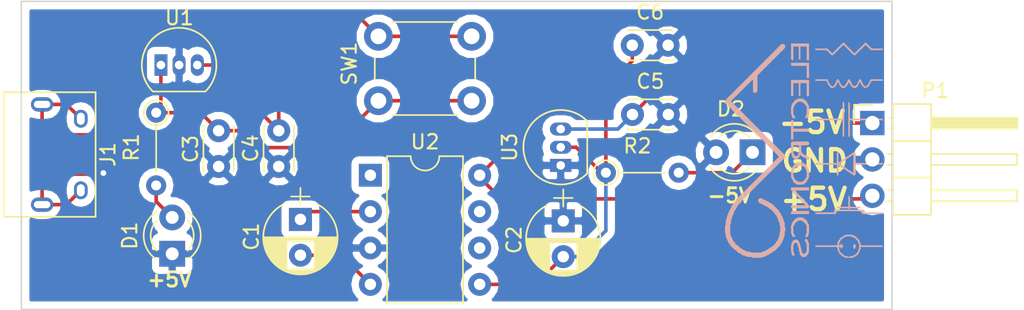
<source format=kicad_pcb>
(kicad_pcb (version 4) (host pcbnew 4.0.7)
  (layers (0 F.Cu signal) (31 B.Cu signal) (34 B.Paste user) (35 F.Paste user) (36 B.SilkS user) (37 F.SilkS user) (38 B.Mask user) (39 F.Mask user) (44 Edge.Cuts user))
  (net 0 "")
  (net 1 "Net-(C3-Pad1)")
  (net 2 GND)
  (net 3 Vpreg)
  (net 4 Vnreg)
  (net 5 V-)
  (net 6 "Net-(D1-Pad2)")
  (net 7 "Net-(D2-Pad1)")
  (net 8 VCC)
  (net 9 "Net-(J1-Pad2)")
  (net 10 "Net-(J1-Pad3)")
  (net 11 "Net-(J1-Pad4)")
  (net 12 "Net-(J1-Pad6)")
  (net 13 "Net-(U2-Pad1)")
  (net 14 "Net-(C1-Pad1)")
  (net 15 "Net-(U2-Pad6)")
  (net 16 "Net-(U2-Pad7)")
  (net 17 "Net-(C1-Pad2)")
  (module Capacitors_ThroughHole:C_Disc_D3.0mm_W2.0mm_P2.50mm (layer F.Cu) (at 169.2021 109.0803 270)
    (fp_text reference C3 (at 1.2827 1.9558 270) (layer F.SilkS))
    (fp_text value C hide)
    (pad 1 thru_hole circle (at 0 0 270) (size 1.6 1.6) (drill 0.8) (layers *.Cu *.Mask) (net 1 "Net-(C3-Pad1)"))
    (pad 2 thru_hole circle (at 2.5 0 270) (size 1.6 1.6) (drill 0.8) (layers *.Cu *.Mask) (net 2 GND))
  )
  (module Capacitors_ThroughHole:C_Disc_D3.0mm_W2.0mm_P2.50mm (layer F.Cu) (at 173.3931 109.0803 270)
    (fp_text reference C4 (at 1.2319 1.9558 270) (layer F.SilkS))
    (fp_text value C)
    (pad 1 thru_hole circle (at 0 0 270) (size 1.6 1.6) (drill 0.8) (layers *.Cu *.Mask) (net 3 Vpreg))
    (pad 2 thru_hole circle (at 2.5 0 270) (size 1.6 1.6) (drill 0.8) (layers *.Cu *.Mask) (net 2 GND))
  )
  (module Capacitors_ThroughHole:C_Disc_D3.0mm_W2.0mm_P2.50mm (layer F.Cu) (at 198.0565 107.95)
    (fp_text reference C5 (at 1.25 -2.31) (layer F.SilkS))
    (fp_text value C)
    (pad 1 thru_hole circle (at 0 0) (size 1.6 1.6) (drill 0.8) (layers *.Cu *.Mask) (net 4 Vnreg))
    (pad 2 thru_hole circle (at 2.5 0) (size 1.6 1.6) (drill 0.8) (layers *.Cu *.Mask) (net 2 GND))
  )
  (module Capacitors_ThroughHole:C_Disc_D3.0mm_W2.0mm_P2.50mm (layer F.Cu) (at 198.0438 103.1113)
    (fp_text reference C6 (at 1.25 -2.31) (layer F.SilkS))
    (fp_text value C)
    (pad 1 thru_hole circle (at 0 0) (size 1.6 1.6) (drill 0.8) (layers *.Cu *.Mask) (net 5 V-))
    (pad 2 thru_hole circle (at 2.5 0) (size 1.6 1.6) (drill 0.8) (layers *.Cu *.Mask) (net 2 GND))
  )
  (module Connect:USB_Micro-B (layer F.Cu) (at 158.242 110.744 270)
    (fp_text reference J1 (at 0 -3.24 270) (layer F.SilkS))
    (fp_text value USB_OTG)
    (pad 1 smd rect (at -1.3 -1.35) (size 1.35 0.4) (layers F.Cu F.Paste F.Mask) (net 8 VCC))
    (pad 2 smd rect (at -0.65 -1.35) (size 1.35 0.4) (layers F.Cu F.Paste F.Mask) (net 9 "Net-(J1-Pad2)"))
    (pad 3 smd rect (at 0 -1.35) (size 1.35 0.4) (layers F.Cu F.Paste F.Mask) (net 10 "Net-(J1-Pad3)"))
    (pad 4 smd rect (at 0.65 -1.35) (size 1.35 0.4) (layers F.Cu F.Paste F.Mask) (net 11 "Net-(J1-Pad4)"))
    (pad 5 smd rect (at 1.3 -1.35) (size 1.35 0.4) (layers F.Cu F.Paste F.Mask) (net 2 GND))
    (pad 6 thru_hole oval (at -2.5 -1.35) (size 0.95 1.25) (drill oval 0.55 0.85) (layers *.Cu *.Mask) (net 12 "Net-(J1-Pad6)"))
    (pad 6 thru_hole oval (at 2.5 -1.35) (size 0.95 1.25) (drill oval 0.55 0.85) (layers *.Cu *.Mask) (net 12 "Net-(J1-Pad6)"))
    (pad 6 thru_hole oval (at -3.5 1.35) (size 1.55 1) (drill oval 1.15 0.5) (layers *.Cu *.Mask) (net 12 "Net-(J1-Pad6)"))
    (pad 6 thru_hole oval (at 3.5 1.35) (size 1.55 1) (drill oval 1.15 0.5) (layers *.Cu *.Mask) (net 12 "Net-(J1-Pad6)"))
  )
  (module Buttons_Switches_ThroughHole:SW_PUSH_6mm (layer F.Cu) (at 180.34 102.489)
    (fp_text reference SW1 (at -2.032 1.905 90) (layer F.SilkS))
    (fp_text value SW_Push)
    (pad 2 thru_hole circle (at 0 4.5 90) (size 2 2) (drill 1.1) (layers *.Cu *.Mask) (net 1 "Net-(C3-Pad1)"))
    (pad 1 thru_hole circle (at 0 0 90) (size 2 2) (drill 1.1) (layers *.Cu *.Mask) (net 8 VCC))
    (pad 2 thru_hole circle (at 6.5 4.5 90) (size 2 2) (drill 1.1) (layers *.Cu *.Mask) (net 1 "Net-(C3-Pad1)"))
    (pad 1 thru_hole circle (at 6.5 0 90) (size 2 2) (drill 1.1) (layers *.Cu *.Mask) (net 8 VCC))
  )
  (module TO_SOT_Packages_THT:TO-92_Inline_Narrow_Oval (layer F.Cu) (at 165.1762 104.4956)
    (fp_text reference U1 (at 1.2827 -3.302) (layer F.SilkS))
    (fp_text value LM7805_TO220)
    (pad 2 thru_hole oval (at 1.27 0 180) (size 0.9 1.5) (drill 0.6) (layers *.Cu *.Mask) (net 2 GND))
    (pad 3 thru_hole oval (at 2.54 0 180) (size 0.9 1.5) (drill 0.6) (layers *.Cu *.Mask) (net 3 Vpreg))
    (pad 1 thru_hole rect (at 0 0 180) (size 0.9 1.5) (drill 0.6) (layers *.Cu *.Mask) (net 1 "Net-(C3-Pad1)"))
  )
  (module Housings_DIP:DIP-8_W7.62mm (layer F.Cu) (at 179.7812 112.1918)
    (fp_text reference U2 (at 3.81 -2.33) (layer F.SilkS))
    (fp_text value 7660)
    (pad 1 thru_hole rect (at 0 0) (size 1.6 1.6) (drill 0.8) (layers *.Cu *.Mask) (net 13 "Net-(U2-Pad1)"))
    (pad 5 thru_hole oval (at 7.62 7.62) (size 1.6 1.6) (drill 0.8) (layers *.Cu *.Mask) (net 5 V-))
    (pad 2 thru_hole oval (at 0 2.54) (size 1.6 1.6) (drill 0.8) (layers *.Cu *.Mask) (net 14 "Net-(C1-Pad1)"))
    (pad 6 thru_hole oval (at 7.62 5.08) (size 1.6 1.6) (drill 0.8) (layers *.Cu *.Mask) (net 15 "Net-(U2-Pad6)"))
    (pad 3 thru_hole oval (at 0 5.08) (size 1.6 1.6) (drill 0.8) (layers *.Cu *.Mask) (net 2 GND))
    (pad 7 thru_hole oval (at 7.62 2.54) (size 1.6 1.6) (drill 0.8) (layers *.Cu *.Mask) (net 16 "Net-(U2-Pad7)"))
    (pad 4 thru_hole oval (at 0 7.62) (size 1.6 1.6) (drill 0.8) (layers *.Cu *.Mask) (net 17 "Net-(C1-Pad2)"))
    (pad 8 thru_hole oval (at 7.62 0) (size 1.6 1.6) (drill 0.8) (layers *.Cu *.Mask) (net 3 Vpreg))
  )
  (module TO_SOT_Packages_THT:TO-92_Inline_Narrow_Oval (layer F.Cu) (at 193.0527 111.506 90)
    (fp_text reference U3 (at 1.27 -3.56 90) (layer F.SilkS))
    (fp_text value LM79L05_TO92)
    (pad 2 thru_hole oval (at 1.27 0 270) (size 0.9 1.5) (drill 0.6) (layers *.Cu *.Mask) (net 5 V-))
    (pad 3 thru_hole oval (at 2.54 0 270) (size 0.9 1.5) (drill 0.6) (layers *.Cu *.Mask) (net 4 Vnreg))
    (pad 1 thru_hole rect (at 0 0 270) (size 0.9 1.5) (drill 0.6) (layers *.Cu *.Mask) (net 2 GND))
  )
  (module Pin_Headers:Pin_Header_Angled_1x03_Pitch2.54mm (layer F.Cu) (at 214.7824 108.5469)
    (fp_text reference P1 (at 4.385 -2.27) (layer F.SilkS))
    (fp_text value CONN_01X03)
    (pad 1 thru_hole rect (at 0 0) (size 1.7 1.7) (drill 1) (layers *.Cu *.Mask) (net 4 Vnreg))
    (pad 2 thru_hole oval (at 0 2.54) (size 1.7 1.7) (drill 1) (layers *.Cu *.Mask) (net 2 GND))
    (pad 3 thru_hole oval (at 0 5.08) (size 1.7 1.7) (drill 1) (layers *.Cu *.Mask) (net 3 Vpreg))
  )
  (module Capacitors_ThroughHole:CP_Radial_D5.0mm_P2.50mm (layer F.Cu) (at 174.9044 115.2779 270)
    (fp_text reference C1 (at 1.2065 3.4163 270) (layer F.SilkS))
    (fp_text value CP)
    (pad 1 thru_hole rect (at 0 0 270) (size 1.6 1.6) (drill 0.8) (layers *.Cu *.Mask) (net 14 "Net-(C1-Pad1)"))
    (pad 2 thru_hole circle (at 2.5 0 270) (size 1.6 1.6) (drill 0.8) (layers *.Cu *.Mask) (net 17 "Net-(C1-Pad2)"))
  )
  (module Capacitors_ThroughHole:CP_Radial_D5.0mm_P2.50mm (layer F.Cu) (at 193.2305 115.3795 270)
    (fp_text reference C2 (at 1.3335 3.429 270) (layer F.SilkS))
    (fp_text value CP)
    (pad 1 thru_hole rect (at 0 0 270) (size 1.6 1.6) (drill 0.8) (layers *.Cu *.Mask) (net 2 GND))
    (pad 2 thru_hole circle (at 2.5 0 270) (size 1.6 1.6) (drill 0.8) (layers *.Cu *.Mask) (net 5 V-))
  )
  (module LEDs:LED_D3.0mm (layer F.Cu) (at 165.9636 117.6782 90)
    (fp_text reference D1 (at 1.27 -2.96 90) (layer F.SilkS))
    (fp_text value LED)
    (pad 1 thru_hole rect (at 0 0 90) (size 1.8 1.8) (drill 0.9) (layers *.Cu *.Mask) (net 2 GND))
    (pad 2 thru_hole circle (at 2.54 0 90) (size 1.8 1.8) (drill 0.9) (layers *.Cu *.Mask) (net 6 "Net-(D1-Pad2)"))
  )
  (module LEDs:LED_D3.0mm (layer F.Cu) (at 206.4258 110.5916 180)
    (fp_text reference D2 (at 1.5113 3.0226 180) (layer F.SilkS))
    (fp_text value LED)
    (pad 1 thru_hole rect (at 0 0 180) (size 1.8 1.8) (drill 0.9) (layers *.Cu *.Mask) (net 7 "Net-(D2-Pad1)"))
    (pad 2 thru_hole circle (at 2.54 0 180) (size 1.8 1.8) (drill 0.9) (layers *.Cu *.Mask) (net 2 GND))
  )
  (module Resistors_ThroughHole:R_Axial_DIN0204_L3.6mm_D1.6mm_P5.08mm_Vertical (layer F.Cu) (at 164.846 107.823 270)
    (fp_text reference R1 (at 2.4257 1.7272 270) (layer F.SilkS))
    (fp_text value 1k)
    (pad 1 thru_hole circle (at 0 0 270) (size 1.4 1.4) (drill 0.7) (layers *.Cu *.Mask) (net 1 "Net-(C3-Pad1)"))
    (pad 2 thru_hole oval (at 5.08 0 270) (size 1.4 1.4) (drill 0.7) (layers *.Cu *.Mask) (net 6 "Net-(D1-Pad2)"))
  )
  (module Resistors_ThroughHole:R_Axial_DIN0204_L3.6mm_D1.6mm_P5.08mm_Vertical (layer F.Cu) (at 196.2023 112.014)
    (fp_text reference R2 (at 2.1971 -1.8669) (layer F.SilkS))
    (fp_text value 1k)
    (pad 1 thru_hole circle (at 0 0) (size 1.4 1.4) (drill 0.7) (layers *.Cu *.Mask) (net 5 V-))
    (pad 2 thru_hole oval (at 5.08 0) (size 1.4 1.4) (drill 0.7) (layers *.Cu *.Mask) (net 7 "Net-(D2-Pad1)"))
  )
  (module logo:logo (layer B.Cu) (at 202.5142 102.9462 270)
    (fp_text reference logo hide)
    (fp_text value "" (at 0 0 270) (layer B.SilkS) (effects (justify mirror)))
  )
  (gr_line (start 155.448 100.0506) (end 216.154 100.0506) (angle 90) (layer Edge.Cuts) (width 0.1))
  (gr_line (start 216.154 121.5644) (end 155.4607 121.5644) (angle 90) (layer Edge.Cuts) (width 0.1))
  (gr_line (start 155.448 100.0633) (end 155.448 121.5771) (angle 90) (layer Edge.Cuts) (width 0.1))
  (gr_line (start 216.154 100.0506) (end 216.154 121.5644) (angle 90) (layer Edge.Cuts) (width 0.1))
  (gr_text +5V (at 210.7057 113.8809) (layer F.SilkS) (effects (font (size 1.5 1.5) (thickness 0.3))))
  (gr_text "GND\n" (at 210.7692 111.1885) (layer F.SilkS) (effects (font (size 1.5 1.5) (thickness 0.3))))
  (gr_text -5V (at 210.5787 108.4961) (layer F.SilkS) (effects (font (size 1.5 1.5) (thickness 0.3))))
  (gr_text -5V (at 204.8256 113.6142) (layer F.SilkS) (effects (font (size 1 1) (thickness 0.2))))
  (gr_text +5V (at 165.7731 119.4816) (layer F.SilkS) (effects (font (size 1 1) (thickness 0.2))))
  (segment (start 180.34 106.989) (end 186.84 106.989) (width 0.25) (layer F.Cu) (net 1))
  (segment (start 169.2021 109.0803) (end 170.7261 109.0803) (width 0.25) (layer F.Cu) (net 1))
  (segment (start 177.0676 110.2614) (end 180.34 106.989) (width 0.25) (layer F.Cu) (net 1))
  (segment (start 171.9072 110.2614) (end 177.0676 110.2614) (width 0.25) (layer F.Cu) (net 1))
  (segment (start 170.7261 109.0803) (end 171.9072 110.2614) (width 0.25) (layer F.Cu) (net 1))
  (segment (start 164.846 107.823) (end 167.9448 107.823) (width 0.25) (layer F.Cu) (net 1))
  (segment (start 167.9448 107.823) (end 169.2021 109.0803) (width 0.25) (layer F.Cu) (net 1))
  (segment (start 165.1762 104.4956) (end 165.1762 107.4928) (width 0.25) (layer F.Cu) (net 1))
  (segment (start 165.1762 107.4928) (end 164.846 107.823) (width 0.25) (layer F.Cu) (net 1))
  (segment (start 159.592 112.044) (end 161.1549 112.044) (width 0.25) (layer F.Cu) (net 2))
  (via (at 161.163 112.0394) (size 0.6) (drill 0.4) (layers F.Cu B.Cu) (net 2))
  (segment (start 161.1595 112.0394) (end 161.163 112.0394) (width 0.25) (layer F.Cu) (net 2))
  (segment (start 161.1549 112.044) (end 161.1595 112.0394) (width 0.25) (layer F.Cu) (net 2))
  (segment (start 187.4012 112.1918) (end 187.4012 112.3442) (width 0.25) (layer F.Cu) (net 3))
  (segment (start 187.4012 112.3442) (end 188.8998 113.8428) (width 0.25) (layer F.Cu) (net 3))
  (segment (start 188.8998 113.8428) (end 214.5665 113.8428) (width 0.25) (layer F.Cu) (net 3))
  (segment (start 214.5665 113.8428) (end 214.7824 113.6269) (width 0.25) (layer F.Cu) (net 3))
  (segment (start 173.3931 109.0803) (end 173.3931 107.6706) (width 0.25) (layer F.Cu) (net 3))
  (segment (start 189.3951 110.1979) (end 187.4012 112.1918) (width 0.25) (layer F.Cu) (net 3))
  (segment (start 189.3951 106.1847) (end 189.3951 110.1979) (width 0.25) (layer F.Cu) (net 3))
  (segment (start 188.5188 105.3084) (end 189.3951 106.1847) (width 0.25) (layer F.Cu) (net 3))
  (segment (start 175.7553 105.3084) (end 188.5188 105.3084) (width 0.25) (layer F.Cu) (net 3))
  (segment (start 173.3931 107.6706) (end 175.7553 105.3084) (width 0.25) (layer F.Cu) (net 3))
  (segment (start 167.7162 104.4956) (end 168.8084 104.4956) (width 0.25) (layer F.Cu) (net 3))
  (segment (start 168.8084 104.4956) (end 173.3931 109.0803) (width 0.25) (layer F.Cu) (net 3))
  (segment (start 193.0527 108.966) (end 197.0405 108.966) (width 0.25) (layer B.Cu) (net 4))
  (segment (start 197.0405 108.966) (end 198.0565 107.95) (width 0.25) (layer B.Cu) (net 4))
  (segment (start 214.7824 108.5469) (end 205.6638 108.5469) (width 0.25) (layer F.Cu) (net 4))
  (segment (start 199.7075 106.299) (end 198.0565 107.95) (width 0.25) (layer F.Cu) (net 4))
  (segment (start 203.4159 106.299) (end 199.7075 106.299) (width 0.25) (layer F.Cu) (net 4))
  (segment (start 205.6638 108.5469) (end 203.4159 106.299) (width 0.25) (layer F.Cu) (net 4))
  (segment (start 193.2305 117.8795) (end 194.3881 117.8795) (width 0.25) (layer B.Cu) (net 5))
  (segment (start 196.2023 116.0653) (end 196.2023 112.014) (width 0.25) (layer B.Cu) (net 5))
  (segment (start 194.3881 117.8795) (end 196.2023 116.0653) (width 0.25) (layer B.Cu) (net 5))
  (segment (start 198.0438 103.1113) (end 198.0438 104.2035) (width 0.25) (layer F.Cu) (net 5))
  (segment (start 198.0438 104.2035) (end 196.2023 106.045) (width 0.25) (layer F.Cu) (net 5))
  (segment (start 196.2023 106.045) (end 196.2023 112.014) (width 0.25) (layer F.Cu) (net 5))
  (segment (start 196.2023 112.014) (end 195.9102 112.014) (width 0.25) (layer F.Cu) (net 5))
  (segment (start 195.9102 112.014) (end 194.1322 110.236) (width 0.25) (layer F.Cu) (net 5))
  (segment (start 194.1322 110.236) (end 193.0527 110.236) (width 0.25) (layer F.Cu) (net 5))
  (segment (start 187.4012 119.8118) (end 191.2982 119.8118) (width 0.25) (layer F.Cu) (net 5))
  (segment (start 191.2982 119.8118) (end 193.2305 117.8795) (width 0.25) (layer F.Cu) (net 5))
  (segment (start 164.846 112.903) (end 164.846 114.0206) (width 0.25) (layer F.Cu) (net 6))
  (segment (start 164.846 114.0206) (end 165.9636 115.1382) (width 0.25) (layer F.Cu) (net 6))
  (segment (start 201.2823 112.014) (end 205.0034 112.014) (width 0.25) (layer F.Cu) (net 7))
  (segment (start 205.0034 112.014) (end 206.4258 110.5916) (width 0.25) (layer F.Cu) (net 7))
  (segment (start 180.34 102.489) (end 186.84 102.489) (width 0.25) (layer F.Cu) (net 8))
  (segment (start 159.592 109.444) (end 160.5199 109.444) (width 0.25) (layer F.Cu) (net 8))
  (segment (start 179.1589 101.3079) (end 180.34 102.489) (width 0.25) (layer F.Cu) (net 8))
  (segment (start 163.9316 101.3079) (end 179.1589 101.3079) (width 0.25) (layer F.Cu) (net 8))
  (segment (start 162.3822 102.8573) (end 163.9316 101.3079) (width 0.25) (layer F.Cu) (net 8))
  (segment (start 162.3822 107.5817) (end 162.3822 102.8573) (width 0.25) (layer F.Cu) (net 8))
  (segment (start 160.5199 109.444) (end 162.3822 107.5817) (width 0.25) (layer F.Cu) (net 8))
  (segment (start 156.892 114.244) (end 156.892 107.244) (width 0.25) (layer F.Cu) (net 12))
  (segment (start 156.892 114.244) (end 158.592 114.244) (width 0.25) (layer F.Cu) (net 12))
  (segment (start 158.592 114.244) (end 159.592 113.244) (width 0.25) (layer F.Cu) (net 12))
  (segment (start 156.892 107.244) (end 158.592 107.244) (width 0.25) (layer F.Cu) (net 12))
  (segment (start 158.592 107.244) (end 159.592 108.244) (width 0.25) (layer F.Cu) (net 12))
  (segment (start 179.7812 114.7318) (end 175.4505 114.7318) (width 0.25) (layer F.Cu) (net 14))
  (segment (start 175.4505 114.7318) (end 174.9044 115.2779) (width 0.25) (layer F.Cu) (net 14))
  (segment (start 174.9044 117.7779) (end 177.7473 117.7779) (width 0.25) (layer F.Cu) (net 17))
  (segment (start 177.7473 117.7779) (end 179.7812 119.8118) (width 0.25) (layer F.Cu) (net 17))
  (zone (net 2) (net_name GND) (layer B.Cu) (connect_pads (clearance 0.508)) (min_thickness 0.254) (fill yes (arc_segments 16) (thermal_gap 0.508) (thermal_bridge_width 0.508))
    (polygon (pts (xy 216.0524 100.1522) (xy 216.0778 121.5009) (xy 155.5242 121.4882) (xy 155.575 100.7237) (xy 155.575 100.1268)))
  )
)
</source>
